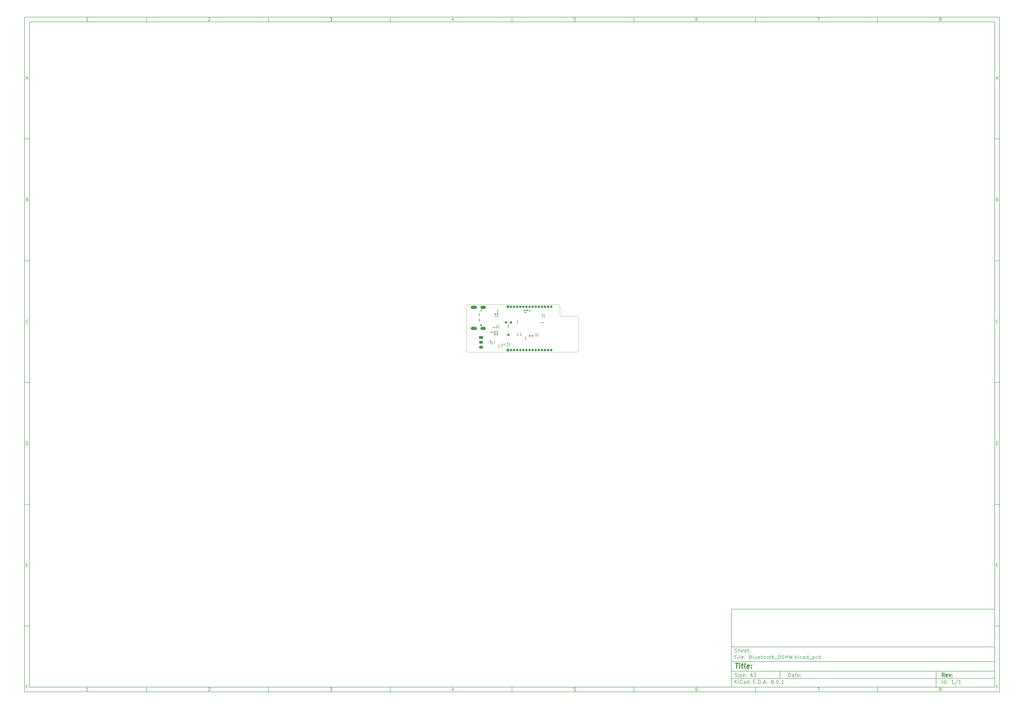
<source format=gbr>
%TF.GenerationSoftware,KiCad,Pcbnew,8.0.1*%
%TF.CreationDate,2024-04-03T21:47:25-07:00*%
%TF.ProjectId,Bluetooth_OSHW,426c7565-746f-46f7-9468-5f4f5348572e,rev?*%
%TF.SameCoordinates,Original*%
%TF.FileFunction,Soldermask,Bot*%
%TF.FilePolarity,Negative*%
%FSLAX46Y46*%
G04 Gerber Fmt 4.6, Leading zero omitted, Abs format (unit mm)*
G04 Created by KiCad (PCBNEW 8.0.1) date 2024-04-03 21:47:25*
%MOMM*%
%LPD*%
G01*
G04 APERTURE LIST*
G04 Aperture macros list*
%AMRoundRect*
0 Rectangle with rounded corners*
0 $1 Rounding radius*
0 $2 $3 $4 $5 $6 $7 $8 $9 X,Y pos of 4 corners*
0 Add a 4 corners polygon primitive as box body*
4,1,4,$2,$3,$4,$5,$6,$7,$8,$9,$2,$3,0*
0 Add four circle primitives for the rounded corners*
1,1,$1+$1,$2,$3*
1,1,$1+$1,$4,$5*
1,1,$1+$1,$6,$7*
1,1,$1+$1,$8,$9*
0 Add four rect primitives between the rounded corners*
20,1,$1+$1,$2,$3,$4,$5,0*
20,1,$1+$1,$4,$5,$6,$7,0*
20,1,$1+$1,$6,$7,$8,$9,0*
20,1,$1+$1,$8,$9,$2,$3,0*%
G04 Aperture macros list end*
%ADD10C,0.100000*%
%ADD11C,0.150000*%
%ADD12C,0.300000*%
%ADD13C,0.400000*%
%ADD14R,1.000000X1.000000*%
%ADD15O,1.000000X1.000000*%
%ADD16RoundRect,0.250000X-0.625000X0.350000X-0.625000X-0.350000X0.625000X-0.350000X0.625000X0.350000X0*%
%ADD17O,1.750000X1.200000*%
%ADD18C,0.600000*%
%ADD19O,0.600000X0.850000*%
%ADD20O,2.300000X1.300000*%
%ADD21O,2.600000X1.300000*%
%ADD22C,0.990600*%
%ADD23C,0.400000*%
%ADD24RoundRect,0.100000X0.130000X0.100000X-0.130000X0.100000X-0.130000X-0.100000X0.130000X-0.100000X0*%
%ADD25RoundRect,0.100000X-0.130000X-0.100000X0.130000X-0.100000X0.130000X0.100000X-0.130000X0.100000X0*%
%ADD26RoundRect,0.140000X0.140000X0.170000X-0.140000X0.170000X-0.140000X-0.170000X0.140000X-0.170000X0*%
%ADD27RoundRect,0.100000X-0.100000X0.130000X-0.100000X-0.130000X0.100000X-0.130000X0.100000X0.130000X0*%
%ADD28RoundRect,0.100000X0.100000X-0.130000X0.100000X0.130000X-0.100000X0.130000X-0.100000X-0.130000X0*%
%ADD29RoundRect,0.147500X-0.147500X-0.172500X0.147500X-0.172500X0.147500X0.172500X-0.147500X0.172500X0*%
%ADD30RoundRect,0.100000X-0.155000X-0.100000X0.155000X-0.100000X0.155000X0.100000X-0.155000X0.100000X0*%
%ADD31RoundRect,0.135000X-0.135000X-0.185000X0.135000X-0.185000X0.135000X0.185000X-0.135000X0.185000X0*%
%TA.AperFunction,Profile*%
%ADD32C,0.100000*%
%TD*%
G04 APERTURE END LIST*
D10*
D11*
X299989000Y-253002200D02*
X407989000Y-253002200D01*
X407989000Y-285002200D01*
X299989000Y-285002200D01*
X299989000Y-253002200D01*
D10*
D11*
X10000000Y-10000000D02*
X409989000Y-10000000D01*
X409989000Y-287002200D01*
X10000000Y-287002200D01*
X10000000Y-10000000D01*
D10*
D11*
X12000000Y-12000000D02*
X407989000Y-12000000D01*
X407989000Y-285002200D01*
X12000000Y-285002200D01*
X12000000Y-12000000D01*
D10*
D11*
X60000000Y-12000000D02*
X60000000Y-10000000D01*
D10*
D11*
X110000000Y-12000000D02*
X110000000Y-10000000D01*
D10*
D11*
X160000000Y-12000000D02*
X160000000Y-10000000D01*
D10*
D11*
X210000000Y-12000000D02*
X210000000Y-10000000D01*
D10*
D11*
X260000000Y-12000000D02*
X260000000Y-10000000D01*
D10*
D11*
X310000000Y-12000000D02*
X310000000Y-10000000D01*
D10*
D11*
X360000000Y-12000000D02*
X360000000Y-10000000D01*
D10*
D11*
X36089160Y-11593604D02*
X35346303Y-11593604D01*
X35717731Y-11593604D02*
X35717731Y-10293604D01*
X35717731Y-10293604D02*
X35593922Y-10479319D01*
X35593922Y-10479319D02*
X35470112Y-10603128D01*
X35470112Y-10603128D02*
X35346303Y-10665033D01*
D10*
D11*
X85346303Y-10417414D02*
X85408207Y-10355509D01*
X85408207Y-10355509D02*
X85532017Y-10293604D01*
X85532017Y-10293604D02*
X85841541Y-10293604D01*
X85841541Y-10293604D02*
X85965350Y-10355509D01*
X85965350Y-10355509D02*
X86027255Y-10417414D01*
X86027255Y-10417414D02*
X86089160Y-10541223D01*
X86089160Y-10541223D02*
X86089160Y-10665033D01*
X86089160Y-10665033D02*
X86027255Y-10850747D01*
X86027255Y-10850747D02*
X85284398Y-11593604D01*
X85284398Y-11593604D02*
X86089160Y-11593604D01*
D10*
D11*
X135284398Y-10293604D02*
X136089160Y-10293604D01*
X136089160Y-10293604D02*
X135655826Y-10788842D01*
X135655826Y-10788842D02*
X135841541Y-10788842D01*
X135841541Y-10788842D02*
X135965350Y-10850747D01*
X135965350Y-10850747D02*
X136027255Y-10912652D01*
X136027255Y-10912652D02*
X136089160Y-11036461D01*
X136089160Y-11036461D02*
X136089160Y-11345985D01*
X136089160Y-11345985D02*
X136027255Y-11469795D01*
X136027255Y-11469795D02*
X135965350Y-11531700D01*
X135965350Y-11531700D02*
X135841541Y-11593604D01*
X135841541Y-11593604D02*
X135470112Y-11593604D01*
X135470112Y-11593604D02*
X135346303Y-11531700D01*
X135346303Y-11531700D02*
X135284398Y-11469795D01*
D10*
D11*
X185965350Y-10726938D02*
X185965350Y-11593604D01*
X185655826Y-10231700D02*
X185346303Y-11160271D01*
X185346303Y-11160271D02*
X186151064Y-11160271D01*
D10*
D11*
X236027255Y-10293604D02*
X235408207Y-10293604D01*
X235408207Y-10293604D02*
X235346303Y-10912652D01*
X235346303Y-10912652D02*
X235408207Y-10850747D01*
X235408207Y-10850747D02*
X235532017Y-10788842D01*
X235532017Y-10788842D02*
X235841541Y-10788842D01*
X235841541Y-10788842D02*
X235965350Y-10850747D01*
X235965350Y-10850747D02*
X236027255Y-10912652D01*
X236027255Y-10912652D02*
X236089160Y-11036461D01*
X236089160Y-11036461D02*
X236089160Y-11345985D01*
X236089160Y-11345985D02*
X236027255Y-11469795D01*
X236027255Y-11469795D02*
X235965350Y-11531700D01*
X235965350Y-11531700D02*
X235841541Y-11593604D01*
X235841541Y-11593604D02*
X235532017Y-11593604D01*
X235532017Y-11593604D02*
X235408207Y-11531700D01*
X235408207Y-11531700D02*
X235346303Y-11469795D01*
D10*
D11*
X285965350Y-10293604D02*
X285717731Y-10293604D01*
X285717731Y-10293604D02*
X285593922Y-10355509D01*
X285593922Y-10355509D02*
X285532017Y-10417414D01*
X285532017Y-10417414D02*
X285408207Y-10603128D01*
X285408207Y-10603128D02*
X285346303Y-10850747D01*
X285346303Y-10850747D02*
X285346303Y-11345985D01*
X285346303Y-11345985D02*
X285408207Y-11469795D01*
X285408207Y-11469795D02*
X285470112Y-11531700D01*
X285470112Y-11531700D02*
X285593922Y-11593604D01*
X285593922Y-11593604D02*
X285841541Y-11593604D01*
X285841541Y-11593604D02*
X285965350Y-11531700D01*
X285965350Y-11531700D02*
X286027255Y-11469795D01*
X286027255Y-11469795D02*
X286089160Y-11345985D01*
X286089160Y-11345985D02*
X286089160Y-11036461D01*
X286089160Y-11036461D02*
X286027255Y-10912652D01*
X286027255Y-10912652D02*
X285965350Y-10850747D01*
X285965350Y-10850747D02*
X285841541Y-10788842D01*
X285841541Y-10788842D02*
X285593922Y-10788842D01*
X285593922Y-10788842D02*
X285470112Y-10850747D01*
X285470112Y-10850747D02*
X285408207Y-10912652D01*
X285408207Y-10912652D02*
X285346303Y-11036461D01*
D10*
D11*
X335284398Y-10293604D02*
X336151064Y-10293604D01*
X336151064Y-10293604D02*
X335593922Y-11593604D01*
D10*
D11*
X385593922Y-10850747D02*
X385470112Y-10788842D01*
X385470112Y-10788842D02*
X385408207Y-10726938D01*
X385408207Y-10726938D02*
X385346303Y-10603128D01*
X385346303Y-10603128D02*
X385346303Y-10541223D01*
X385346303Y-10541223D02*
X385408207Y-10417414D01*
X385408207Y-10417414D02*
X385470112Y-10355509D01*
X385470112Y-10355509D02*
X385593922Y-10293604D01*
X385593922Y-10293604D02*
X385841541Y-10293604D01*
X385841541Y-10293604D02*
X385965350Y-10355509D01*
X385965350Y-10355509D02*
X386027255Y-10417414D01*
X386027255Y-10417414D02*
X386089160Y-10541223D01*
X386089160Y-10541223D02*
X386089160Y-10603128D01*
X386089160Y-10603128D02*
X386027255Y-10726938D01*
X386027255Y-10726938D02*
X385965350Y-10788842D01*
X385965350Y-10788842D02*
X385841541Y-10850747D01*
X385841541Y-10850747D02*
X385593922Y-10850747D01*
X385593922Y-10850747D02*
X385470112Y-10912652D01*
X385470112Y-10912652D02*
X385408207Y-10974557D01*
X385408207Y-10974557D02*
X385346303Y-11098366D01*
X385346303Y-11098366D02*
X385346303Y-11345985D01*
X385346303Y-11345985D02*
X385408207Y-11469795D01*
X385408207Y-11469795D02*
X385470112Y-11531700D01*
X385470112Y-11531700D02*
X385593922Y-11593604D01*
X385593922Y-11593604D02*
X385841541Y-11593604D01*
X385841541Y-11593604D02*
X385965350Y-11531700D01*
X385965350Y-11531700D02*
X386027255Y-11469795D01*
X386027255Y-11469795D02*
X386089160Y-11345985D01*
X386089160Y-11345985D02*
X386089160Y-11098366D01*
X386089160Y-11098366D02*
X386027255Y-10974557D01*
X386027255Y-10974557D02*
X385965350Y-10912652D01*
X385965350Y-10912652D02*
X385841541Y-10850747D01*
D10*
D11*
X60000000Y-285002200D02*
X60000000Y-287002200D01*
D10*
D11*
X110000000Y-285002200D02*
X110000000Y-287002200D01*
D10*
D11*
X160000000Y-285002200D02*
X160000000Y-287002200D01*
D10*
D11*
X210000000Y-285002200D02*
X210000000Y-287002200D01*
D10*
D11*
X260000000Y-285002200D02*
X260000000Y-287002200D01*
D10*
D11*
X310000000Y-285002200D02*
X310000000Y-287002200D01*
D10*
D11*
X360000000Y-285002200D02*
X360000000Y-287002200D01*
D10*
D11*
X36089160Y-286595804D02*
X35346303Y-286595804D01*
X35717731Y-286595804D02*
X35717731Y-285295804D01*
X35717731Y-285295804D02*
X35593922Y-285481519D01*
X35593922Y-285481519D02*
X35470112Y-285605328D01*
X35470112Y-285605328D02*
X35346303Y-285667233D01*
D10*
D11*
X85346303Y-285419614D02*
X85408207Y-285357709D01*
X85408207Y-285357709D02*
X85532017Y-285295804D01*
X85532017Y-285295804D02*
X85841541Y-285295804D01*
X85841541Y-285295804D02*
X85965350Y-285357709D01*
X85965350Y-285357709D02*
X86027255Y-285419614D01*
X86027255Y-285419614D02*
X86089160Y-285543423D01*
X86089160Y-285543423D02*
X86089160Y-285667233D01*
X86089160Y-285667233D02*
X86027255Y-285852947D01*
X86027255Y-285852947D02*
X85284398Y-286595804D01*
X85284398Y-286595804D02*
X86089160Y-286595804D01*
D10*
D11*
X135284398Y-285295804D02*
X136089160Y-285295804D01*
X136089160Y-285295804D02*
X135655826Y-285791042D01*
X135655826Y-285791042D02*
X135841541Y-285791042D01*
X135841541Y-285791042D02*
X135965350Y-285852947D01*
X135965350Y-285852947D02*
X136027255Y-285914852D01*
X136027255Y-285914852D02*
X136089160Y-286038661D01*
X136089160Y-286038661D02*
X136089160Y-286348185D01*
X136089160Y-286348185D02*
X136027255Y-286471995D01*
X136027255Y-286471995D02*
X135965350Y-286533900D01*
X135965350Y-286533900D02*
X135841541Y-286595804D01*
X135841541Y-286595804D02*
X135470112Y-286595804D01*
X135470112Y-286595804D02*
X135346303Y-286533900D01*
X135346303Y-286533900D02*
X135284398Y-286471995D01*
D10*
D11*
X185965350Y-285729138D02*
X185965350Y-286595804D01*
X185655826Y-285233900D02*
X185346303Y-286162471D01*
X185346303Y-286162471D02*
X186151064Y-286162471D01*
D10*
D11*
X236027255Y-285295804D02*
X235408207Y-285295804D01*
X235408207Y-285295804D02*
X235346303Y-285914852D01*
X235346303Y-285914852D02*
X235408207Y-285852947D01*
X235408207Y-285852947D02*
X235532017Y-285791042D01*
X235532017Y-285791042D02*
X235841541Y-285791042D01*
X235841541Y-285791042D02*
X235965350Y-285852947D01*
X235965350Y-285852947D02*
X236027255Y-285914852D01*
X236027255Y-285914852D02*
X236089160Y-286038661D01*
X236089160Y-286038661D02*
X236089160Y-286348185D01*
X236089160Y-286348185D02*
X236027255Y-286471995D01*
X236027255Y-286471995D02*
X235965350Y-286533900D01*
X235965350Y-286533900D02*
X235841541Y-286595804D01*
X235841541Y-286595804D02*
X235532017Y-286595804D01*
X235532017Y-286595804D02*
X235408207Y-286533900D01*
X235408207Y-286533900D02*
X235346303Y-286471995D01*
D10*
D11*
X285965350Y-285295804D02*
X285717731Y-285295804D01*
X285717731Y-285295804D02*
X285593922Y-285357709D01*
X285593922Y-285357709D02*
X285532017Y-285419614D01*
X285532017Y-285419614D02*
X285408207Y-285605328D01*
X285408207Y-285605328D02*
X285346303Y-285852947D01*
X285346303Y-285852947D02*
X285346303Y-286348185D01*
X285346303Y-286348185D02*
X285408207Y-286471995D01*
X285408207Y-286471995D02*
X285470112Y-286533900D01*
X285470112Y-286533900D02*
X285593922Y-286595804D01*
X285593922Y-286595804D02*
X285841541Y-286595804D01*
X285841541Y-286595804D02*
X285965350Y-286533900D01*
X285965350Y-286533900D02*
X286027255Y-286471995D01*
X286027255Y-286471995D02*
X286089160Y-286348185D01*
X286089160Y-286348185D02*
X286089160Y-286038661D01*
X286089160Y-286038661D02*
X286027255Y-285914852D01*
X286027255Y-285914852D02*
X285965350Y-285852947D01*
X285965350Y-285852947D02*
X285841541Y-285791042D01*
X285841541Y-285791042D02*
X285593922Y-285791042D01*
X285593922Y-285791042D02*
X285470112Y-285852947D01*
X285470112Y-285852947D02*
X285408207Y-285914852D01*
X285408207Y-285914852D02*
X285346303Y-286038661D01*
D10*
D11*
X335284398Y-285295804D02*
X336151064Y-285295804D01*
X336151064Y-285295804D02*
X335593922Y-286595804D01*
D10*
D11*
X385593922Y-285852947D02*
X385470112Y-285791042D01*
X385470112Y-285791042D02*
X385408207Y-285729138D01*
X385408207Y-285729138D02*
X385346303Y-285605328D01*
X385346303Y-285605328D02*
X385346303Y-285543423D01*
X385346303Y-285543423D02*
X385408207Y-285419614D01*
X385408207Y-285419614D02*
X385470112Y-285357709D01*
X385470112Y-285357709D02*
X385593922Y-285295804D01*
X385593922Y-285295804D02*
X385841541Y-285295804D01*
X385841541Y-285295804D02*
X385965350Y-285357709D01*
X385965350Y-285357709D02*
X386027255Y-285419614D01*
X386027255Y-285419614D02*
X386089160Y-285543423D01*
X386089160Y-285543423D02*
X386089160Y-285605328D01*
X386089160Y-285605328D02*
X386027255Y-285729138D01*
X386027255Y-285729138D02*
X385965350Y-285791042D01*
X385965350Y-285791042D02*
X385841541Y-285852947D01*
X385841541Y-285852947D02*
X385593922Y-285852947D01*
X385593922Y-285852947D02*
X385470112Y-285914852D01*
X385470112Y-285914852D02*
X385408207Y-285976757D01*
X385408207Y-285976757D02*
X385346303Y-286100566D01*
X385346303Y-286100566D02*
X385346303Y-286348185D01*
X385346303Y-286348185D02*
X385408207Y-286471995D01*
X385408207Y-286471995D02*
X385470112Y-286533900D01*
X385470112Y-286533900D02*
X385593922Y-286595804D01*
X385593922Y-286595804D02*
X385841541Y-286595804D01*
X385841541Y-286595804D02*
X385965350Y-286533900D01*
X385965350Y-286533900D02*
X386027255Y-286471995D01*
X386027255Y-286471995D02*
X386089160Y-286348185D01*
X386089160Y-286348185D02*
X386089160Y-286100566D01*
X386089160Y-286100566D02*
X386027255Y-285976757D01*
X386027255Y-285976757D02*
X385965350Y-285914852D01*
X385965350Y-285914852D02*
X385841541Y-285852947D01*
D10*
D11*
X10000000Y-60000000D02*
X12000000Y-60000000D01*
D10*
D11*
X10000000Y-110000000D02*
X12000000Y-110000000D01*
D10*
D11*
X10000000Y-160000000D02*
X12000000Y-160000000D01*
D10*
D11*
X10000000Y-210000000D02*
X12000000Y-210000000D01*
D10*
D11*
X10000000Y-260000000D02*
X12000000Y-260000000D01*
D10*
D11*
X10690476Y-35222176D02*
X11309523Y-35222176D01*
X10566666Y-35593604D02*
X10999999Y-34293604D01*
X10999999Y-34293604D02*
X11433333Y-35593604D01*
D10*
D11*
X11092857Y-84912652D02*
X11278571Y-84974557D01*
X11278571Y-84974557D02*
X11340476Y-85036461D01*
X11340476Y-85036461D02*
X11402380Y-85160271D01*
X11402380Y-85160271D02*
X11402380Y-85345985D01*
X11402380Y-85345985D02*
X11340476Y-85469795D01*
X11340476Y-85469795D02*
X11278571Y-85531700D01*
X11278571Y-85531700D02*
X11154761Y-85593604D01*
X11154761Y-85593604D02*
X10659523Y-85593604D01*
X10659523Y-85593604D02*
X10659523Y-84293604D01*
X10659523Y-84293604D02*
X11092857Y-84293604D01*
X11092857Y-84293604D02*
X11216666Y-84355509D01*
X11216666Y-84355509D02*
X11278571Y-84417414D01*
X11278571Y-84417414D02*
X11340476Y-84541223D01*
X11340476Y-84541223D02*
X11340476Y-84665033D01*
X11340476Y-84665033D02*
X11278571Y-84788842D01*
X11278571Y-84788842D02*
X11216666Y-84850747D01*
X11216666Y-84850747D02*
X11092857Y-84912652D01*
X11092857Y-84912652D02*
X10659523Y-84912652D01*
D10*
D11*
X11402380Y-135469795D02*
X11340476Y-135531700D01*
X11340476Y-135531700D02*
X11154761Y-135593604D01*
X11154761Y-135593604D02*
X11030952Y-135593604D01*
X11030952Y-135593604D02*
X10845238Y-135531700D01*
X10845238Y-135531700D02*
X10721428Y-135407890D01*
X10721428Y-135407890D02*
X10659523Y-135284080D01*
X10659523Y-135284080D02*
X10597619Y-135036461D01*
X10597619Y-135036461D02*
X10597619Y-134850747D01*
X10597619Y-134850747D02*
X10659523Y-134603128D01*
X10659523Y-134603128D02*
X10721428Y-134479319D01*
X10721428Y-134479319D02*
X10845238Y-134355509D01*
X10845238Y-134355509D02*
X11030952Y-134293604D01*
X11030952Y-134293604D02*
X11154761Y-134293604D01*
X11154761Y-134293604D02*
X11340476Y-134355509D01*
X11340476Y-134355509D02*
X11402380Y-134417414D01*
D10*
D11*
X10659523Y-185593604D02*
X10659523Y-184293604D01*
X10659523Y-184293604D02*
X10969047Y-184293604D01*
X10969047Y-184293604D02*
X11154761Y-184355509D01*
X11154761Y-184355509D02*
X11278571Y-184479319D01*
X11278571Y-184479319D02*
X11340476Y-184603128D01*
X11340476Y-184603128D02*
X11402380Y-184850747D01*
X11402380Y-184850747D02*
X11402380Y-185036461D01*
X11402380Y-185036461D02*
X11340476Y-185284080D01*
X11340476Y-185284080D02*
X11278571Y-185407890D01*
X11278571Y-185407890D02*
X11154761Y-185531700D01*
X11154761Y-185531700D02*
X10969047Y-185593604D01*
X10969047Y-185593604D02*
X10659523Y-185593604D01*
D10*
D11*
X10721428Y-234912652D02*
X11154762Y-234912652D01*
X11340476Y-235593604D02*
X10721428Y-235593604D01*
X10721428Y-235593604D02*
X10721428Y-234293604D01*
X10721428Y-234293604D02*
X11340476Y-234293604D01*
D10*
D11*
X11185714Y-284912652D02*
X10752380Y-284912652D01*
X10752380Y-285593604D02*
X10752380Y-284293604D01*
X10752380Y-284293604D02*
X11371428Y-284293604D01*
D10*
D11*
X409989000Y-60000000D02*
X407989000Y-60000000D01*
D10*
D11*
X409989000Y-110000000D02*
X407989000Y-110000000D01*
D10*
D11*
X409989000Y-160000000D02*
X407989000Y-160000000D01*
D10*
D11*
X409989000Y-210000000D02*
X407989000Y-210000000D01*
D10*
D11*
X409989000Y-260000000D02*
X407989000Y-260000000D01*
D10*
D11*
X408679476Y-35222176D02*
X409298523Y-35222176D01*
X408555666Y-35593604D02*
X408988999Y-34293604D01*
X408988999Y-34293604D02*
X409422333Y-35593604D01*
D10*
D11*
X409081857Y-84912652D02*
X409267571Y-84974557D01*
X409267571Y-84974557D02*
X409329476Y-85036461D01*
X409329476Y-85036461D02*
X409391380Y-85160271D01*
X409391380Y-85160271D02*
X409391380Y-85345985D01*
X409391380Y-85345985D02*
X409329476Y-85469795D01*
X409329476Y-85469795D02*
X409267571Y-85531700D01*
X409267571Y-85531700D02*
X409143761Y-85593604D01*
X409143761Y-85593604D02*
X408648523Y-85593604D01*
X408648523Y-85593604D02*
X408648523Y-84293604D01*
X408648523Y-84293604D02*
X409081857Y-84293604D01*
X409081857Y-84293604D02*
X409205666Y-84355509D01*
X409205666Y-84355509D02*
X409267571Y-84417414D01*
X409267571Y-84417414D02*
X409329476Y-84541223D01*
X409329476Y-84541223D02*
X409329476Y-84665033D01*
X409329476Y-84665033D02*
X409267571Y-84788842D01*
X409267571Y-84788842D02*
X409205666Y-84850747D01*
X409205666Y-84850747D02*
X409081857Y-84912652D01*
X409081857Y-84912652D02*
X408648523Y-84912652D01*
D10*
D11*
X409391380Y-135469795D02*
X409329476Y-135531700D01*
X409329476Y-135531700D02*
X409143761Y-135593604D01*
X409143761Y-135593604D02*
X409019952Y-135593604D01*
X409019952Y-135593604D02*
X408834238Y-135531700D01*
X408834238Y-135531700D02*
X408710428Y-135407890D01*
X408710428Y-135407890D02*
X408648523Y-135284080D01*
X408648523Y-135284080D02*
X408586619Y-135036461D01*
X408586619Y-135036461D02*
X408586619Y-134850747D01*
X408586619Y-134850747D02*
X408648523Y-134603128D01*
X408648523Y-134603128D02*
X408710428Y-134479319D01*
X408710428Y-134479319D02*
X408834238Y-134355509D01*
X408834238Y-134355509D02*
X409019952Y-134293604D01*
X409019952Y-134293604D02*
X409143761Y-134293604D01*
X409143761Y-134293604D02*
X409329476Y-134355509D01*
X409329476Y-134355509D02*
X409391380Y-134417414D01*
D10*
D11*
X408648523Y-185593604D02*
X408648523Y-184293604D01*
X408648523Y-184293604D02*
X408958047Y-184293604D01*
X408958047Y-184293604D02*
X409143761Y-184355509D01*
X409143761Y-184355509D02*
X409267571Y-184479319D01*
X409267571Y-184479319D02*
X409329476Y-184603128D01*
X409329476Y-184603128D02*
X409391380Y-184850747D01*
X409391380Y-184850747D02*
X409391380Y-185036461D01*
X409391380Y-185036461D02*
X409329476Y-185284080D01*
X409329476Y-185284080D02*
X409267571Y-185407890D01*
X409267571Y-185407890D02*
X409143761Y-185531700D01*
X409143761Y-185531700D02*
X408958047Y-185593604D01*
X408958047Y-185593604D02*
X408648523Y-185593604D01*
D10*
D11*
X408710428Y-234912652D02*
X409143762Y-234912652D01*
X409329476Y-235593604D02*
X408710428Y-235593604D01*
X408710428Y-235593604D02*
X408710428Y-234293604D01*
X408710428Y-234293604D02*
X409329476Y-234293604D01*
D10*
D11*
X409174714Y-284912652D02*
X408741380Y-284912652D01*
X408741380Y-285593604D02*
X408741380Y-284293604D01*
X408741380Y-284293604D02*
X409360428Y-284293604D01*
D10*
D11*
X323444826Y-280788328D02*
X323444826Y-279288328D01*
X323444826Y-279288328D02*
X323801969Y-279288328D01*
X323801969Y-279288328D02*
X324016255Y-279359757D01*
X324016255Y-279359757D02*
X324159112Y-279502614D01*
X324159112Y-279502614D02*
X324230541Y-279645471D01*
X324230541Y-279645471D02*
X324301969Y-279931185D01*
X324301969Y-279931185D02*
X324301969Y-280145471D01*
X324301969Y-280145471D02*
X324230541Y-280431185D01*
X324230541Y-280431185D02*
X324159112Y-280574042D01*
X324159112Y-280574042D02*
X324016255Y-280716900D01*
X324016255Y-280716900D02*
X323801969Y-280788328D01*
X323801969Y-280788328D02*
X323444826Y-280788328D01*
X325587684Y-280788328D02*
X325587684Y-280002614D01*
X325587684Y-280002614D02*
X325516255Y-279859757D01*
X325516255Y-279859757D02*
X325373398Y-279788328D01*
X325373398Y-279788328D02*
X325087684Y-279788328D01*
X325087684Y-279788328D02*
X324944826Y-279859757D01*
X325587684Y-280716900D02*
X325444826Y-280788328D01*
X325444826Y-280788328D02*
X325087684Y-280788328D01*
X325087684Y-280788328D02*
X324944826Y-280716900D01*
X324944826Y-280716900D02*
X324873398Y-280574042D01*
X324873398Y-280574042D02*
X324873398Y-280431185D01*
X324873398Y-280431185D02*
X324944826Y-280288328D01*
X324944826Y-280288328D02*
X325087684Y-280216900D01*
X325087684Y-280216900D02*
X325444826Y-280216900D01*
X325444826Y-280216900D02*
X325587684Y-280145471D01*
X326087684Y-279788328D02*
X326659112Y-279788328D01*
X326301969Y-279288328D02*
X326301969Y-280574042D01*
X326301969Y-280574042D02*
X326373398Y-280716900D01*
X326373398Y-280716900D02*
X326516255Y-280788328D01*
X326516255Y-280788328D02*
X326659112Y-280788328D01*
X327730541Y-280716900D02*
X327587684Y-280788328D01*
X327587684Y-280788328D02*
X327301970Y-280788328D01*
X327301970Y-280788328D02*
X327159112Y-280716900D01*
X327159112Y-280716900D02*
X327087684Y-280574042D01*
X327087684Y-280574042D02*
X327087684Y-280002614D01*
X327087684Y-280002614D02*
X327159112Y-279859757D01*
X327159112Y-279859757D02*
X327301970Y-279788328D01*
X327301970Y-279788328D02*
X327587684Y-279788328D01*
X327587684Y-279788328D02*
X327730541Y-279859757D01*
X327730541Y-279859757D02*
X327801970Y-280002614D01*
X327801970Y-280002614D02*
X327801970Y-280145471D01*
X327801970Y-280145471D02*
X327087684Y-280288328D01*
X328444826Y-280645471D02*
X328516255Y-280716900D01*
X328516255Y-280716900D02*
X328444826Y-280788328D01*
X328444826Y-280788328D02*
X328373398Y-280716900D01*
X328373398Y-280716900D02*
X328444826Y-280645471D01*
X328444826Y-280645471D02*
X328444826Y-280788328D01*
X328444826Y-279859757D02*
X328516255Y-279931185D01*
X328516255Y-279931185D02*
X328444826Y-280002614D01*
X328444826Y-280002614D02*
X328373398Y-279931185D01*
X328373398Y-279931185D02*
X328444826Y-279859757D01*
X328444826Y-279859757D02*
X328444826Y-280002614D01*
D10*
D11*
X299989000Y-281502200D02*
X407989000Y-281502200D01*
D10*
D11*
X301444826Y-283588328D02*
X301444826Y-282088328D01*
X302301969Y-283588328D02*
X301659112Y-282731185D01*
X302301969Y-282088328D02*
X301444826Y-282945471D01*
X302944826Y-283588328D02*
X302944826Y-282588328D01*
X302944826Y-282088328D02*
X302873398Y-282159757D01*
X302873398Y-282159757D02*
X302944826Y-282231185D01*
X302944826Y-282231185D02*
X303016255Y-282159757D01*
X303016255Y-282159757D02*
X302944826Y-282088328D01*
X302944826Y-282088328D02*
X302944826Y-282231185D01*
X304516255Y-283445471D02*
X304444827Y-283516900D01*
X304444827Y-283516900D02*
X304230541Y-283588328D01*
X304230541Y-283588328D02*
X304087684Y-283588328D01*
X304087684Y-283588328D02*
X303873398Y-283516900D01*
X303873398Y-283516900D02*
X303730541Y-283374042D01*
X303730541Y-283374042D02*
X303659112Y-283231185D01*
X303659112Y-283231185D02*
X303587684Y-282945471D01*
X303587684Y-282945471D02*
X303587684Y-282731185D01*
X303587684Y-282731185D02*
X303659112Y-282445471D01*
X303659112Y-282445471D02*
X303730541Y-282302614D01*
X303730541Y-282302614D02*
X303873398Y-282159757D01*
X303873398Y-282159757D02*
X304087684Y-282088328D01*
X304087684Y-282088328D02*
X304230541Y-282088328D01*
X304230541Y-282088328D02*
X304444827Y-282159757D01*
X304444827Y-282159757D02*
X304516255Y-282231185D01*
X305801970Y-283588328D02*
X305801970Y-282802614D01*
X305801970Y-282802614D02*
X305730541Y-282659757D01*
X305730541Y-282659757D02*
X305587684Y-282588328D01*
X305587684Y-282588328D02*
X305301970Y-282588328D01*
X305301970Y-282588328D02*
X305159112Y-282659757D01*
X305801970Y-283516900D02*
X305659112Y-283588328D01*
X305659112Y-283588328D02*
X305301970Y-283588328D01*
X305301970Y-283588328D02*
X305159112Y-283516900D01*
X305159112Y-283516900D02*
X305087684Y-283374042D01*
X305087684Y-283374042D02*
X305087684Y-283231185D01*
X305087684Y-283231185D02*
X305159112Y-283088328D01*
X305159112Y-283088328D02*
X305301970Y-283016900D01*
X305301970Y-283016900D02*
X305659112Y-283016900D01*
X305659112Y-283016900D02*
X305801970Y-282945471D01*
X307159113Y-283588328D02*
X307159113Y-282088328D01*
X307159113Y-283516900D02*
X307016255Y-283588328D01*
X307016255Y-283588328D02*
X306730541Y-283588328D01*
X306730541Y-283588328D02*
X306587684Y-283516900D01*
X306587684Y-283516900D02*
X306516255Y-283445471D01*
X306516255Y-283445471D02*
X306444827Y-283302614D01*
X306444827Y-283302614D02*
X306444827Y-282874042D01*
X306444827Y-282874042D02*
X306516255Y-282731185D01*
X306516255Y-282731185D02*
X306587684Y-282659757D01*
X306587684Y-282659757D02*
X306730541Y-282588328D01*
X306730541Y-282588328D02*
X307016255Y-282588328D01*
X307016255Y-282588328D02*
X307159113Y-282659757D01*
X309016255Y-282802614D02*
X309516255Y-282802614D01*
X309730541Y-283588328D02*
X309016255Y-283588328D01*
X309016255Y-283588328D02*
X309016255Y-282088328D01*
X309016255Y-282088328D02*
X309730541Y-282088328D01*
X310373398Y-283445471D02*
X310444827Y-283516900D01*
X310444827Y-283516900D02*
X310373398Y-283588328D01*
X310373398Y-283588328D02*
X310301970Y-283516900D01*
X310301970Y-283516900D02*
X310373398Y-283445471D01*
X310373398Y-283445471D02*
X310373398Y-283588328D01*
X311087684Y-283588328D02*
X311087684Y-282088328D01*
X311087684Y-282088328D02*
X311444827Y-282088328D01*
X311444827Y-282088328D02*
X311659113Y-282159757D01*
X311659113Y-282159757D02*
X311801970Y-282302614D01*
X311801970Y-282302614D02*
X311873399Y-282445471D01*
X311873399Y-282445471D02*
X311944827Y-282731185D01*
X311944827Y-282731185D02*
X311944827Y-282945471D01*
X311944827Y-282945471D02*
X311873399Y-283231185D01*
X311873399Y-283231185D02*
X311801970Y-283374042D01*
X311801970Y-283374042D02*
X311659113Y-283516900D01*
X311659113Y-283516900D02*
X311444827Y-283588328D01*
X311444827Y-283588328D02*
X311087684Y-283588328D01*
X312587684Y-283445471D02*
X312659113Y-283516900D01*
X312659113Y-283516900D02*
X312587684Y-283588328D01*
X312587684Y-283588328D02*
X312516256Y-283516900D01*
X312516256Y-283516900D02*
X312587684Y-283445471D01*
X312587684Y-283445471D02*
X312587684Y-283588328D01*
X313230542Y-283159757D02*
X313944828Y-283159757D01*
X313087685Y-283588328D02*
X313587685Y-282088328D01*
X313587685Y-282088328D02*
X314087685Y-283588328D01*
X314587684Y-283445471D02*
X314659113Y-283516900D01*
X314659113Y-283516900D02*
X314587684Y-283588328D01*
X314587684Y-283588328D02*
X314516256Y-283516900D01*
X314516256Y-283516900D02*
X314587684Y-283445471D01*
X314587684Y-283445471D02*
X314587684Y-283588328D01*
X316659113Y-282731185D02*
X316516256Y-282659757D01*
X316516256Y-282659757D02*
X316444827Y-282588328D01*
X316444827Y-282588328D02*
X316373399Y-282445471D01*
X316373399Y-282445471D02*
X316373399Y-282374042D01*
X316373399Y-282374042D02*
X316444827Y-282231185D01*
X316444827Y-282231185D02*
X316516256Y-282159757D01*
X316516256Y-282159757D02*
X316659113Y-282088328D01*
X316659113Y-282088328D02*
X316944827Y-282088328D01*
X316944827Y-282088328D02*
X317087685Y-282159757D01*
X317087685Y-282159757D02*
X317159113Y-282231185D01*
X317159113Y-282231185D02*
X317230542Y-282374042D01*
X317230542Y-282374042D02*
X317230542Y-282445471D01*
X317230542Y-282445471D02*
X317159113Y-282588328D01*
X317159113Y-282588328D02*
X317087685Y-282659757D01*
X317087685Y-282659757D02*
X316944827Y-282731185D01*
X316944827Y-282731185D02*
X316659113Y-282731185D01*
X316659113Y-282731185D02*
X316516256Y-282802614D01*
X316516256Y-282802614D02*
X316444827Y-282874042D01*
X316444827Y-282874042D02*
X316373399Y-283016900D01*
X316373399Y-283016900D02*
X316373399Y-283302614D01*
X316373399Y-283302614D02*
X316444827Y-283445471D01*
X316444827Y-283445471D02*
X316516256Y-283516900D01*
X316516256Y-283516900D02*
X316659113Y-283588328D01*
X316659113Y-283588328D02*
X316944827Y-283588328D01*
X316944827Y-283588328D02*
X317087685Y-283516900D01*
X317087685Y-283516900D02*
X317159113Y-283445471D01*
X317159113Y-283445471D02*
X317230542Y-283302614D01*
X317230542Y-283302614D02*
X317230542Y-283016900D01*
X317230542Y-283016900D02*
X317159113Y-282874042D01*
X317159113Y-282874042D02*
X317087685Y-282802614D01*
X317087685Y-282802614D02*
X316944827Y-282731185D01*
X317873398Y-283445471D02*
X317944827Y-283516900D01*
X317944827Y-283516900D02*
X317873398Y-283588328D01*
X317873398Y-283588328D02*
X317801970Y-283516900D01*
X317801970Y-283516900D02*
X317873398Y-283445471D01*
X317873398Y-283445471D02*
X317873398Y-283588328D01*
X318873399Y-282088328D02*
X319016256Y-282088328D01*
X319016256Y-282088328D02*
X319159113Y-282159757D01*
X319159113Y-282159757D02*
X319230542Y-282231185D01*
X319230542Y-282231185D02*
X319301970Y-282374042D01*
X319301970Y-282374042D02*
X319373399Y-282659757D01*
X319373399Y-282659757D02*
X319373399Y-283016900D01*
X319373399Y-283016900D02*
X319301970Y-283302614D01*
X319301970Y-283302614D02*
X319230542Y-283445471D01*
X319230542Y-283445471D02*
X319159113Y-283516900D01*
X319159113Y-283516900D02*
X319016256Y-283588328D01*
X319016256Y-283588328D02*
X318873399Y-283588328D01*
X318873399Y-283588328D02*
X318730542Y-283516900D01*
X318730542Y-283516900D02*
X318659113Y-283445471D01*
X318659113Y-283445471D02*
X318587684Y-283302614D01*
X318587684Y-283302614D02*
X318516256Y-283016900D01*
X318516256Y-283016900D02*
X318516256Y-282659757D01*
X318516256Y-282659757D02*
X318587684Y-282374042D01*
X318587684Y-282374042D02*
X318659113Y-282231185D01*
X318659113Y-282231185D02*
X318730542Y-282159757D01*
X318730542Y-282159757D02*
X318873399Y-282088328D01*
X320016255Y-283445471D02*
X320087684Y-283516900D01*
X320087684Y-283516900D02*
X320016255Y-283588328D01*
X320016255Y-283588328D02*
X319944827Y-283516900D01*
X319944827Y-283516900D02*
X320016255Y-283445471D01*
X320016255Y-283445471D02*
X320016255Y-283588328D01*
X321516256Y-283588328D02*
X320659113Y-283588328D01*
X321087684Y-283588328D02*
X321087684Y-282088328D01*
X321087684Y-282088328D02*
X320944827Y-282302614D01*
X320944827Y-282302614D02*
X320801970Y-282445471D01*
X320801970Y-282445471D02*
X320659113Y-282516900D01*
D10*
D11*
X299989000Y-278502200D02*
X407989000Y-278502200D01*
D10*
D12*
X387400653Y-280780528D02*
X386900653Y-280066242D01*
X386543510Y-280780528D02*
X386543510Y-279280528D01*
X386543510Y-279280528D02*
X387114939Y-279280528D01*
X387114939Y-279280528D02*
X387257796Y-279351957D01*
X387257796Y-279351957D02*
X387329225Y-279423385D01*
X387329225Y-279423385D02*
X387400653Y-279566242D01*
X387400653Y-279566242D02*
X387400653Y-279780528D01*
X387400653Y-279780528D02*
X387329225Y-279923385D01*
X387329225Y-279923385D02*
X387257796Y-279994814D01*
X387257796Y-279994814D02*
X387114939Y-280066242D01*
X387114939Y-280066242D02*
X386543510Y-280066242D01*
X388614939Y-280709100D02*
X388472082Y-280780528D01*
X388472082Y-280780528D02*
X388186368Y-280780528D01*
X388186368Y-280780528D02*
X388043510Y-280709100D01*
X388043510Y-280709100D02*
X387972082Y-280566242D01*
X387972082Y-280566242D02*
X387972082Y-279994814D01*
X387972082Y-279994814D02*
X388043510Y-279851957D01*
X388043510Y-279851957D02*
X388186368Y-279780528D01*
X388186368Y-279780528D02*
X388472082Y-279780528D01*
X388472082Y-279780528D02*
X388614939Y-279851957D01*
X388614939Y-279851957D02*
X388686368Y-279994814D01*
X388686368Y-279994814D02*
X388686368Y-280137671D01*
X388686368Y-280137671D02*
X387972082Y-280280528D01*
X389186367Y-279780528D02*
X389543510Y-280780528D01*
X389543510Y-280780528D02*
X389900653Y-279780528D01*
X390472081Y-280637671D02*
X390543510Y-280709100D01*
X390543510Y-280709100D02*
X390472081Y-280780528D01*
X390472081Y-280780528D02*
X390400653Y-280709100D01*
X390400653Y-280709100D02*
X390472081Y-280637671D01*
X390472081Y-280637671D02*
X390472081Y-280780528D01*
X390472081Y-279851957D02*
X390543510Y-279923385D01*
X390543510Y-279923385D02*
X390472081Y-279994814D01*
X390472081Y-279994814D02*
X390400653Y-279923385D01*
X390400653Y-279923385D02*
X390472081Y-279851957D01*
X390472081Y-279851957D02*
X390472081Y-279994814D01*
D10*
D11*
X301373398Y-280716900D02*
X301587684Y-280788328D01*
X301587684Y-280788328D02*
X301944826Y-280788328D01*
X301944826Y-280788328D02*
X302087684Y-280716900D01*
X302087684Y-280716900D02*
X302159112Y-280645471D01*
X302159112Y-280645471D02*
X302230541Y-280502614D01*
X302230541Y-280502614D02*
X302230541Y-280359757D01*
X302230541Y-280359757D02*
X302159112Y-280216900D01*
X302159112Y-280216900D02*
X302087684Y-280145471D01*
X302087684Y-280145471D02*
X301944826Y-280074042D01*
X301944826Y-280074042D02*
X301659112Y-280002614D01*
X301659112Y-280002614D02*
X301516255Y-279931185D01*
X301516255Y-279931185D02*
X301444826Y-279859757D01*
X301444826Y-279859757D02*
X301373398Y-279716900D01*
X301373398Y-279716900D02*
X301373398Y-279574042D01*
X301373398Y-279574042D02*
X301444826Y-279431185D01*
X301444826Y-279431185D02*
X301516255Y-279359757D01*
X301516255Y-279359757D02*
X301659112Y-279288328D01*
X301659112Y-279288328D02*
X302016255Y-279288328D01*
X302016255Y-279288328D02*
X302230541Y-279359757D01*
X302873397Y-280788328D02*
X302873397Y-279788328D01*
X302873397Y-279288328D02*
X302801969Y-279359757D01*
X302801969Y-279359757D02*
X302873397Y-279431185D01*
X302873397Y-279431185D02*
X302944826Y-279359757D01*
X302944826Y-279359757D02*
X302873397Y-279288328D01*
X302873397Y-279288328D02*
X302873397Y-279431185D01*
X303444826Y-279788328D02*
X304230541Y-279788328D01*
X304230541Y-279788328D02*
X303444826Y-280788328D01*
X303444826Y-280788328D02*
X304230541Y-280788328D01*
X305373398Y-280716900D02*
X305230541Y-280788328D01*
X305230541Y-280788328D02*
X304944827Y-280788328D01*
X304944827Y-280788328D02*
X304801969Y-280716900D01*
X304801969Y-280716900D02*
X304730541Y-280574042D01*
X304730541Y-280574042D02*
X304730541Y-280002614D01*
X304730541Y-280002614D02*
X304801969Y-279859757D01*
X304801969Y-279859757D02*
X304944827Y-279788328D01*
X304944827Y-279788328D02*
X305230541Y-279788328D01*
X305230541Y-279788328D02*
X305373398Y-279859757D01*
X305373398Y-279859757D02*
X305444827Y-280002614D01*
X305444827Y-280002614D02*
X305444827Y-280145471D01*
X305444827Y-280145471D02*
X304730541Y-280288328D01*
X306087683Y-280645471D02*
X306159112Y-280716900D01*
X306159112Y-280716900D02*
X306087683Y-280788328D01*
X306087683Y-280788328D02*
X306016255Y-280716900D01*
X306016255Y-280716900D02*
X306087683Y-280645471D01*
X306087683Y-280645471D02*
X306087683Y-280788328D01*
X306087683Y-279859757D02*
X306159112Y-279931185D01*
X306159112Y-279931185D02*
X306087683Y-280002614D01*
X306087683Y-280002614D02*
X306016255Y-279931185D01*
X306016255Y-279931185D02*
X306087683Y-279859757D01*
X306087683Y-279859757D02*
X306087683Y-280002614D01*
X307873398Y-280359757D02*
X308587684Y-280359757D01*
X307730541Y-280788328D02*
X308230541Y-279288328D01*
X308230541Y-279288328D02*
X308730541Y-280788328D01*
X309087683Y-279288328D02*
X310016255Y-279288328D01*
X310016255Y-279288328D02*
X309516255Y-279859757D01*
X309516255Y-279859757D02*
X309730540Y-279859757D01*
X309730540Y-279859757D02*
X309873398Y-279931185D01*
X309873398Y-279931185D02*
X309944826Y-280002614D01*
X309944826Y-280002614D02*
X310016255Y-280145471D01*
X310016255Y-280145471D02*
X310016255Y-280502614D01*
X310016255Y-280502614D02*
X309944826Y-280645471D01*
X309944826Y-280645471D02*
X309873398Y-280716900D01*
X309873398Y-280716900D02*
X309730540Y-280788328D01*
X309730540Y-280788328D02*
X309301969Y-280788328D01*
X309301969Y-280788328D02*
X309159112Y-280716900D01*
X309159112Y-280716900D02*
X309087683Y-280645471D01*
D10*
D11*
X386444826Y-283588328D02*
X386444826Y-282088328D01*
X387801970Y-283588328D02*
X387801970Y-282088328D01*
X387801970Y-283516900D02*
X387659112Y-283588328D01*
X387659112Y-283588328D02*
X387373398Y-283588328D01*
X387373398Y-283588328D02*
X387230541Y-283516900D01*
X387230541Y-283516900D02*
X387159112Y-283445471D01*
X387159112Y-283445471D02*
X387087684Y-283302614D01*
X387087684Y-283302614D02*
X387087684Y-282874042D01*
X387087684Y-282874042D02*
X387159112Y-282731185D01*
X387159112Y-282731185D02*
X387230541Y-282659757D01*
X387230541Y-282659757D02*
X387373398Y-282588328D01*
X387373398Y-282588328D02*
X387659112Y-282588328D01*
X387659112Y-282588328D02*
X387801970Y-282659757D01*
X388516255Y-283445471D02*
X388587684Y-283516900D01*
X388587684Y-283516900D02*
X388516255Y-283588328D01*
X388516255Y-283588328D02*
X388444827Y-283516900D01*
X388444827Y-283516900D02*
X388516255Y-283445471D01*
X388516255Y-283445471D02*
X388516255Y-283588328D01*
X388516255Y-282659757D02*
X388587684Y-282731185D01*
X388587684Y-282731185D02*
X388516255Y-282802614D01*
X388516255Y-282802614D02*
X388444827Y-282731185D01*
X388444827Y-282731185D02*
X388516255Y-282659757D01*
X388516255Y-282659757D02*
X388516255Y-282802614D01*
X391159113Y-283588328D02*
X390301970Y-283588328D01*
X390730541Y-283588328D02*
X390730541Y-282088328D01*
X390730541Y-282088328D02*
X390587684Y-282302614D01*
X390587684Y-282302614D02*
X390444827Y-282445471D01*
X390444827Y-282445471D02*
X390301970Y-282516900D01*
X392873398Y-282016900D02*
X391587684Y-283945471D01*
X394159113Y-283588328D02*
X393301970Y-283588328D01*
X393730541Y-283588328D02*
X393730541Y-282088328D01*
X393730541Y-282088328D02*
X393587684Y-282302614D01*
X393587684Y-282302614D02*
X393444827Y-282445471D01*
X393444827Y-282445471D02*
X393301970Y-282516900D01*
D10*
D11*
X299989000Y-274502200D02*
X407989000Y-274502200D01*
D10*
D13*
X301680728Y-275206638D02*
X302823585Y-275206638D01*
X302002157Y-277206638D02*
X302252157Y-275206638D01*
X303240252Y-277206638D02*
X303406919Y-275873304D01*
X303490252Y-275206638D02*
X303383109Y-275301876D01*
X303383109Y-275301876D02*
X303466443Y-275397114D01*
X303466443Y-275397114D02*
X303573586Y-275301876D01*
X303573586Y-275301876D02*
X303490252Y-275206638D01*
X303490252Y-275206638D02*
X303466443Y-275397114D01*
X304073586Y-275873304D02*
X304835490Y-275873304D01*
X304442633Y-275206638D02*
X304228348Y-276920923D01*
X304228348Y-276920923D02*
X304299776Y-277111400D01*
X304299776Y-277111400D02*
X304478348Y-277206638D01*
X304478348Y-277206638D02*
X304668824Y-277206638D01*
X305621205Y-277206638D02*
X305442633Y-277111400D01*
X305442633Y-277111400D02*
X305371205Y-276920923D01*
X305371205Y-276920923D02*
X305585490Y-275206638D01*
X307156919Y-277111400D02*
X306954538Y-277206638D01*
X306954538Y-277206638D02*
X306573585Y-277206638D01*
X306573585Y-277206638D02*
X306395014Y-277111400D01*
X306395014Y-277111400D02*
X306323585Y-276920923D01*
X306323585Y-276920923D02*
X306418824Y-276159019D01*
X306418824Y-276159019D02*
X306537871Y-275968542D01*
X306537871Y-275968542D02*
X306740252Y-275873304D01*
X306740252Y-275873304D02*
X307121204Y-275873304D01*
X307121204Y-275873304D02*
X307299776Y-275968542D01*
X307299776Y-275968542D02*
X307371204Y-276159019D01*
X307371204Y-276159019D02*
X307347395Y-276349495D01*
X307347395Y-276349495D02*
X306371204Y-276539971D01*
X308121205Y-277016161D02*
X308204538Y-277111400D01*
X308204538Y-277111400D02*
X308097395Y-277206638D01*
X308097395Y-277206638D02*
X308014062Y-277111400D01*
X308014062Y-277111400D02*
X308121205Y-277016161D01*
X308121205Y-277016161D02*
X308097395Y-277206638D01*
X308252157Y-275968542D02*
X308335490Y-276063780D01*
X308335490Y-276063780D02*
X308228348Y-276159019D01*
X308228348Y-276159019D02*
X308145014Y-276063780D01*
X308145014Y-276063780D02*
X308252157Y-275968542D01*
X308252157Y-275968542D02*
X308228348Y-276159019D01*
D10*
D11*
X301944826Y-272602614D02*
X301444826Y-272602614D01*
X301444826Y-273388328D02*
X301444826Y-271888328D01*
X301444826Y-271888328D02*
X302159112Y-271888328D01*
X302730540Y-273388328D02*
X302730540Y-272388328D01*
X302730540Y-271888328D02*
X302659112Y-271959757D01*
X302659112Y-271959757D02*
X302730540Y-272031185D01*
X302730540Y-272031185D02*
X302801969Y-271959757D01*
X302801969Y-271959757D02*
X302730540Y-271888328D01*
X302730540Y-271888328D02*
X302730540Y-272031185D01*
X303659112Y-273388328D02*
X303516255Y-273316900D01*
X303516255Y-273316900D02*
X303444826Y-273174042D01*
X303444826Y-273174042D02*
X303444826Y-271888328D01*
X304801969Y-273316900D02*
X304659112Y-273388328D01*
X304659112Y-273388328D02*
X304373398Y-273388328D01*
X304373398Y-273388328D02*
X304230540Y-273316900D01*
X304230540Y-273316900D02*
X304159112Y-273174042D01*
X304159112Y-273174042D02*
X304159112Y-272602614D01*
X304159112Y-272602614D02*
X304230540Y-272459757D01*
X304230540Y-272459757D02*
X304373398Y-272388328D01*
X304373398Y-272388328D02*
X304659112Y-272388328D01*
X304659112Y-272388328D02*
X304801969Y-272459757D01*
X304801969Y-272459757D02*
X304873398Y-272602614D01*
X304873398Y-272602614D02*
X304873398Y-272745471D01*
X304873398Y-272745471D02*
X304159112Y-272888328D01*
X305516254Y-273245471D02*
X305587683Y-273316900D01*
X305587683Y-273316900D02*
X305516254Y-273388328D01*
X305516254Y-273388328D02*
X305444826Y-273316900D01*
X305444826Y-273316900D02*
X305516254Y-273245471D01*
X305516254Y-273245471D02*
X305516254Y-273388328D01*
X305516254Y-272459757D02*
X305587683Y-272531185D01*
X305587683Y-272531185D02*
X305516254Y-272602614D01*
X305516254Y-272602614D02*
X305444826Y-272531185D01*
X305444826Y-272531185D02*
X305516254Y-272459757D01*
X305516254Y-272459757D02*
X305516254Y-272602614D01*
X307873397Y-272602614D02*
X308087683Y-272674042D01*
X308087683Y-272674042D02*
X308159112Y-272745471D01*
X308159112Y-272745471D02*
X308230540Y-272888328D01*
X308230540Y-272888328D02*
X308230540Y-273102614D01*
X308230540Y-273102614D02*
X308159112Y-273245471D01*
X308159112Y-273245471D02*
X308087683Y-273316900D01*
X308087683Y-273316900D02*
X307944826Y-273388328D01*
X307944826Y-273388328D02*
X307373397Y-273388328D01*
X307373397Y-273388328D02*
X307373397Y-271888328D01*
X307373397Y-271888328D02*
X307873397Y-271888328D01*
X307873397Y-271888328D02*
X308016255Y-271959757D01*
X308016255Y-271959757D02*
X308087683Y-272031185D01*
X308087683Y-272031185D02*
X308159112Y-272174042D01*
X308159112Y-272174042D02*
X308159112Y-272316900D01*
X308159112Y-272316900D02*
X308087683Y-272459757D01*
X308087683Y-272459757D02*
X308016255Y-272531185D01*
X308016255Y-272531185D02*
X307873397Y-272602614D01*
X307873397Y-272602614D02*
X307373397Y-272602614D01*
X309087683Y-273388328D02*
X308944826Y-273316900D01*
X308944826Y-273316900D02*
X308873397Y-273174042D01*
X308873397Y-273174042D02*
X308873397Y-271888328D01*
X310301969Y-272388328D02*
X310301969Y-273388328D01*
X309659111Y-272388328D02*
X309659111Y-273174042D01*
X309659111Y-273174042D02*
X309730540Y-273316900D01*
X309730540Y-273316900D02*
X309873397Y-273388328D01*
X309873397Y-273388328D02*
X310087683Y-273388328D01*
X310087683Y-273388328D02*
X310230540Y-273316900D01*
X310230540Y-273316900D02*
X310301969Y-273245471D01*
X311587683Y-273316900D02*
X311444826Y-273388328D01*
X311444826Y-273388328D02*
X311159112Y-273388328D01*
X311159112Y-273388328D02*
X311016254Y-273316900D01*
X311016254Y-273316900D02*
X310944826Y-273174042D01*
X310944826Y-273174042D02*
X310944826Y-272602614D01*
X310944826Y-272602614D02*
X311016254Y-272459757D01*
X311016254Y-272459757D02*
X311159112Y-272388328D01*
X311159112Y-272388328D02*
X311444826Y-272388328D01*
X311444826Y-272388328D02*
X311587683Y-272459757D01*
X311587683Y-272459757D02*
X311659112Y-272602614D01*
X311659112Y-272602614D02*
X311659112Y-272745471D01*
X311659112Y-272745471D02*
X310944826Y-272888328D01*
X312087683Y-272388328D02*
X312659111Y-272388328D01*
X312301968Y-271888328D02*
X312301968Y-273174042D01*
X312301968Y-273174042D02*
X312373397Y-273316900D01*
X312373397Y-273316900D02*
X312516254Y-273388328D01*
X312516254Y-273388328D02*
X312659111Y-273388328D01*
X313373397Y-273388328D02*
X313230540Y-273316900D01*
X313230540Y-273316900D02*
X313159111Y-273245471D01*
X313159111Y-273245471D02*
X313087683Y-273102614D01*
X313087683Y-273102614D02*
X313087683Y-272674042D01*
X313087683Y-272674042D02*
X313159111Y-272531185D01*
X313159111Y-272531185D02*
X313230540Y-272459757D01*
X313230540Y-272459757D02*
X313373397Y-272388328D01*
X313373397Y-272388328D02*
X313587683Y-272388328D01*
X313587683Y-272388328D02*
X313730540Y-272459757D01*
X313730540Y-272459757D02*
X313801969Y-272531185D01*
X313801969Y-272531185D02*
X313873397Y-272674042D01*
X313873397Y-272674042D02*
X313873397Y-273102614D01*
X313873397Y-273102614D02*
X313801969Y-273245471D01*
X313801969Y-273245471D02*
X313730540Y-273316900D01*
X313730540Y-273316900D02*
X313587683Y-273388328D01*
X313587683Y-273388328D02*
X313373397Y-273388328D01*
X314730540Y-273388328D02*
X314587683Y-273316900D01*
X314587683Y-273316900D02*
X314516254Y-273245471D01*
X314516254Y-273245471D02*
X314444826Y-273102614D01*
X314444826Y-273102614D02*
X314444826Y-272674042D01*
X314444826Y-272674042D02*
X314516254Y-272531185D01*
X314516254Y-272531185D02*
X314587683Y-272459757D01*
X314587683Y-272459757D02*
X314730540Y-272388328D01*
X314730540Y-272388328D02*
X314944826Y-272388328D01*
X314944826Y-272388328D02*
X315087683Y-272459757D01*
X315087683Y-272459757D02*
X315159112Y-272531185D01*
X315159112Y-272531185D02*
X315230540Y-272674042D01*
X315230540Y-272674042D02*
X315230540Y-273102614D01*
X315230540Y-273102614D02*
X315159112Y-273245471D01*
X315159112Y-273245471D02*
X315087683Y-273316900D01*
X315087683Y-273316900D02*
X314944826Y-273388328D01*
X314944826Y-273388328D02*
X314730540Y-273388328D01*
X315659112Y-272388328D02*
X316230540Y-272388328D01*
X315873397Y-271888328D02*
X315873397Y-273174042D01*
X315873397Y-273174042D02*
X315944826Y-273316900D01*
X315944826Y-273316900D02*
X316087683Y-273388328D01*
X316087683Y-273388328D02*
X316230540Y-273388328D01*
X316730540Y-273388328D02*
X316730540Y-271888328D01*
X317373398Y-273388328D02*
X317373398Y-272602614D01*
X317373398Y-272602614D02*
X317301969Y-272459757D01*
X317301969Y-272459757D02*
X317159112Y-272388328D01*
X317159112Y-272388328D02*
X316944826Y-272388328D01*
X316944826Y-272388328D02*
X316801969Y-272459757D01*
X316801969Y-272459757D02*
X316730540Y-272531185D01*
X317730541Y-273531185D02*
X318873398Y-273531185D01*
X319516255Y-271888328D02*
X319801969Y-271888328D01*
X319801969Y-271888328D02*
X319944826Y-271959757D01*
X319944826Y-271959757D02*
X320087683Y-272102614D01*
X320087683Y-272102614D02*
X320159112Y-272388328D01*
X320159112Y-272388328D02*
X320159112Y-272888328D01*
X320159112Y-272888328D02*
X320087683Y-273174042D01*
X320087683Y-273174042D02*
X319944826Y-273316900D01*
X319944826Y-273316900D02*
X319801969Y-273388328D01*
X319801969Y-273388328D02*
X319516255Y-273388328D01*
X319516255Y-273388328D02*
X319373398Y-273316900D01*
X319373398Y-273316900D02*
X319230540Y-273174042D01*
X319230540Y-273174042D02*
X319159112Y-272888328D01*
X319159112Y-272888328D02*
X319159112Y-272388328D01*
X319159112Y-272388328D02*
X319230540Y-272102614D01*
X319230540Y-272102614D02*
X319373398Y-271959757D01*
X319373398Y-271959757D02*
X319516255Y-271888328D01*
X320730541Y-273316900D02*
X320944827Y-273388328D01*
X320944827Y-273388328D02*
X321301969Y-273388328D01*
X321301969Y-273388328D02*
X321444827Y-273316900D01*
X321444827Y-273316900D02*
X321516255Y-273245471D01*
X321516255Y-273245471D02*
X321587684Y-273102614D01*
X321587684Y-273102614D02*
X321587684Y-272959757D01*
X321587684Y-272959757D02*
X321516255Y-272816900D01*
X321516255Y-272816900D02*
X321444827Y-272745471D01*
X321444827Y-272745471D02*
X321301969Y-272674042D01*
X321301969Y-272674042D02*
X321016255Y-272602614D01*
X321016255Y-272602614D02*
X320873398Y-272531185D01*
X320873398Y-272531185D02*
X320801969Y-272459757D01*
X320801969Y-272459757D02*
X320730541Y-272316900D01*
X320730541Y-272316900D02*
X320730541Y-272174042D01*
X320730541Y-272174042D02*
X320801969Y-272031185D01*
X320801969Y-272031185D02*
X320873398Y-271959757D01*
X320873398Y-271959757D02*
X321016255Y-271888328D01*
X321016255Y-271888328D02*
X321373398Y-271888328D01*
X321373398Y-271888328D02*
X321587684Y-271959757D01*
X322230540Y-273388328D02*
X322230540Y-271888328D01*
X322230540Y-272602614D02*
X323087683Y-272602614D01*
X323087683Y-273388328D02*
X323087683Y-271888328D01*
X323659112Y-271888328D02*
X324016255Y-273388328D01*
X324016255Y-273388328D02*
X324301969Y-272316900D01*
X324301969Y-272316900D02*
X324587684Y-273388328D01*
X324587684Y-273388328D02*
X324944827Y-271888328D01*
X325516255Y-273245471D02*
X325587684Y-273316900D01*
X325587684Y-273316900D02*
X325516255Y-273388328D01*
X325516255Y-273388328D02*
X325444827Y-273316900D01*
X325444827Y-273316900D02*
X325516255Y-273245471D01*
X325516255Y-273245471D02*
X325516255Y-273388328D01*
X326230541Y-273388328D02*
X326230541Y-271888328D01*
X326373399Y-272816900D02*
X326801970Y-273388328D01*
X326801970Y-272388328D02*
X326230541Y-272959757D01*
X327444827Y-273388328D02*
X327444827Y-272388328D01*
X327444827Y-271888328D02*
X327373399Y-271959757D01*
X327373399Y-271959757D02*
X327444827Y-272031185D01*
X327444827Y-272031185D02*
X327516256Y-271959757D01*
X327516256Y-271959757D02*
X327444827Y-271888328D01*
X327444827Y-271888328D02*
X327444827Y-272031185D01*
X328801971Y-273316900D02*
X328659113Y-273388328D01*
X328659113Y-273388328D02*
X328373399Y-273388328D01*
X328373399Y-273388328D02*
X328230542Y-273316900D01*
X328230542Y-273316900D02*
X328159113Y-273245471D01*
X328159113Y-273245471D02*
X328087685Y-273102614D01*
X328087685Y-273102614D02*
X328087685Y-272674042D01*
X328087685Y-272674042D02*
X328159113Y-272531185D01*
X328159113Y-272531185D02*
X328230542Y-272459757D01*
X328230542Y-272459757D02*
X328373399Y-272388328D01*
X328373399Y-272388328D02*
X328659113Y-272388328D01*
X328659113Y-272388328D02*
X328801971Y-272459757D01*
X330087685Y-273388328D02*
X330087685Y-272602614D01*
X330087685Y-272602614D02*
X330016256Y-272459757D01*
X330016256Y-272459757D02*
X329873399Y-272388328D01*
X329873399Y-272388328D02*
X329587685Y-272388328D01*
X329587685Y-272388328D02*
X329444827Y-272459757D01*
X330087685Y-273316900D02*
X329944827Y-273388328D01*
X329944827Y-273388328D02*
X329587685Y-273388328D01*
X329587685Y-273388328D02*
X329444827Y-273316900D01*
X329444827Y-273316900D02*
X329373399Y-273174042D01*
X329373399Y-273174042D02*
X329373399Y-273031185D01*
X329373399Y-273031185D02*
X329444827Y-272888328D01*
X329444827Y-272888328D02*
X329587685Y-272816900D01*
X329587685Y-272816900D02*
X329944827Y-272816900D01*
X329944827Y-272816900D02*
X330087685Y-272745471D01*
X331444828Y-273388328D02*
X331444828Y-271888328D01*
X331444828Y-273316900D02*
X331301970Y-273388328D01*
X331301970Y-273388328D02*
X331016256Y-273388328D01*
X331016256Y-273388328D02*
X330873399Y-273316900D01*
X330873399Y-273316900D02*
X330801970Y-273245471D01*
X330801970Y-273245471D02*
X330730542Y-273102614D01*
X330730542Y-273102614D02*
X330730542Y-272674042D01*
X330730542Y-272674042D02*
X330801970Y-272531185D01*
X330801970Y-272531185D02*
X330873399Y-272459757D01*
X330873399Y-272459757D02*
X331016256Y-272388328D01*
X331016256Y-272388328D02*
X331301970Y-272388328D01*
X331301970Y-272388328D02*
X331444828Y-272459757D01*
X331801971Y-273531185D02*
X332944828Y-273531185D01*
X333301970Y-272388328D02*
X333301970Y-273888328D01*
X333301970Y-272459757D02*
X333444828Y-272388328D01*
X333444828Y-272388328D02*
X333730542Y-272388328D01*
X333730542Y-272388328D02*
X333873399Y-272459757D01*
X333873399Y-272459757D02*
X333944828Y-272531185D01*
X333944828Y-272531185D02*
X334016256Y-272674042D01*
X334016256Y-272674042D02*
X334016256Y-273102614D01*
X334016256Y-273102614D02*
X333944828Y-273245471D01*
X333944828Y-273245471D02*
X333873399Y-273316900D01*
X333873399Y-273316900D02*
X333730542Y-273388328D01*
X333730542Y-273388328D02*
X333444828Y-273388328D01*
X333444828Y-273388328D02*
X333301970Y-273316900D01*
X335301971Y-273316900D02*
X335159113Y-273388328D01*
X335159113Y-273388328D02*
X334873399Y-273388328D01*
X334873399Y-273388328D02*
X334730542Y-273316900D01*
X334730542Y-273316900D02*
X334659113Y-273245471D01*
X334659113Y-273245471D02*
X334587685Y-273102614D01*
X334587685Y-273102614D02*
X334587685Y-272674042D01*
X334587685Y-272674042D02*
X334659113Y-272531185D01*
X334659113Y-272531185D02*
X334730542Y-272459757D01*
X334730542Y-272459757D02*
X334873399Y-272388328D01*
X334873399Y-272388328D02*
X335159113Y-272388328D01*
X335159113Y-272388328D02*
X335301971Y-272459757D01*
X335944827Y-273388328D02*
X335944827Y-271888328D01*
X335944827Y-272459757D02*
X336087685Y-272388328D01*
X336087685Y-272388328D02*
X336373399Y-272388328D01*
X336373399Y-272388328D02*
X336516256Y-272459757D01*
X336516256Y-272459757D02*
X336587685Y-272531185D01*
X336587685Y-272531185D02*
X336659113Y-272674042D01*
X336659113Y-272674042D02*
X336659113Y-273102614D01*
X336659113Y-273102614D02*
X336587685Y-273245471D01*
X336587685Y-273245471D02*
X336516256Y-273316900D01*
X336516256Y-273316900D02*
X336373399Y-273388328D01*
X336373399Y-273388328D02*
X336087685Y-273388328D01*
X336087685Y-273388328D02*
X335944827Y-273316900D01*
D10*
D11*
X299989000Y-268502200D02*
X407989000Y-268502200D01*
D10*
D11*
X301373398Y-270616900D02*
X301587684Y-270688328D01*
X301587684Y-270688328D02*
X301944826Y-270688328D01*
X301944826Y-270688328D02*
X302087684Y-270616900D01*
X302087684Y-270616900D02*
X302159112Y-270545471D01*
X302159112Y-270545471D02*
X302230541Y-270402614D01*
X302230541Y-270402614D02*
X302230541Y-270259757D01*
X302230541Y-270259757D02*
X302159112Y-270116900D01*
X302159112Y-270116900D02*
X302087684Y-270045471D01*
X302087684Y-270045471D02*
X301944826Y-269974042D01*
X301944826Y-269974042D02*
X301659112Y-269902614D01*
X301659112Y-269902614D02*
X301516255Y-269831185D01*
X301516255Y-269831185D02*
X301444826Y-269759757D01*
X301444826Y-269759757D02*
X301373398Y-269616900D01*
X301373398Y-269616900D02*
X301373398Y-269474042D01*
X301373398Y-269474042D02*
X301444826Y-269331185D01*
X301444826Y-269331185D02*
X301516255Y-269259757D01*
X301516255Y-269259757D02*
X301659112Y-269188328D01*
X301659112Y-269188328D02*
X302016255Y-269188328D01*
X302016255Y-269188328D02*
X302230541Y-269259757D01*
X302873397Y-270688328D02*
X302873397Y-269188328D01*
X303516255Y-270688328D02*
X303516255Y-269902614D01*
X303516255Y-269902614D02*
X303444826Y-269759757D01*
X303444826Y-269759757D02*
X303301969Y-269688328D01*
X303301969Y-269688328D02*
X303087683Y-269688328D01*
X303087683Y-269688328D02*
X302944826Y-269759757D01*
X302944826Y-269759757D02*
X302873397Y-269831185D01*
X304801969Y-270616900D02*
X304659112Y-270688328D01*
X304659112Y-270688328D02*
X304373398Y-270688328D01*
X304373398Y-270688328D02*
X304230540Y-270616900D01*
X304230540Y-270616900D02*
X304159112Y-270474042D01*
X304159112Y-270474042D02*
X304159112Y-269902614D01*
X304159112Y-269902614D02*
X304230540Y-269759757D01*
X304230540Y-269759757D02*
X304373398Y-269688328D01*
X304373398Y-269688328D02*
X304659112Y-269688328D01*
X304659112Y-269688328D02*
X304801969Y-269759757D01*
X304801969Y-269759757D02*
X304873398Y-269902614D01*
X304873398Y-269902614D02*
X304873398Y-270045471D01*
X304873398Y-270045471D02*
X304159112Y-270188328D01*
X306087683Y-270616900D02*
X305944826Y-270688328D01*
X305944826Y-270688328D02*
X305659112Y-270688328D01*
X305659112Y-270688328D02*
X305516254Y-270616900D01*
X305516254Y-270616900D02*
X305444826Y-270474042D01*
X305444826Y-270474042D02*
X305444826Y-269902614D01*
X305444826Y-269902614D02*
X305516254Y-269759757D01*
X305516254Y-269759757D02*
X305659112Y-269688328D01*
X305659112Y-269688328D02*
X305944826Y-269688328D01*
X305944826Y-269688328D02*
X306087683Y-269759757D01*
X306087683Y-269759757D02*
X306159112Y-269902614D01*
X306159112Y-269902614D02*
X306159112Y-270045471D01*
X306159112Y-270045471D02*
X305444826Y-270188328D01*
X306587683Y-269688328D02*
X307159111Y-269688328D01*
X306801968Y-269188328D02*
X306801968Y-270474042D01*
X306801968Y-270474042D02*
X306873397Y-270616900D01*
X306873397Y-270616900D02*
X307016254Y-270688328D01*
X307016254Y-270688328D02*
X307159111Y-270688328D01*
X307659111Y-270545471D02*
X307730540Y-270616900D01*
X307730540Y-270616900D02*
X307659111Y-270688328D01*
X307659111Y-270688328D02*
X307587683Y-270616900D01*
X307587683Y-270616900D02*
X307659111Y-270545471D01*
X307659111Y-270545471D02*
X307659111Y-270688328D01*
X307659111Y-269759757D02*
X307730540Y-269831185D01*
X307730540Y-269831185D02*
X307659111Y-269902614D01*
X307659111Y-269902614D02*
X307587683Y-269831185D01*
X307587683Y-269831185D02*
X307659111Y-269759757D01*
X307659111Y-269759757D02*
X307659111Y-269902614D01*
D10*
D12*
D10*
D11*
D10*
D11*
D10*
D11*
D10*
D11*
D10*
D11*
X319989000Y-278502200D02*
X319989000Y-281502200D01*
D10*
D11*
X383989000Y-278502200D02*
X383989000Y-285002200D01*
D14*
%TO.C,J1*%
X208280000Y-128894000D03*
D15*
X209550000Y-128894000D03*
X210820000Y-128894000D03*
X212090000Y-128894000D03*
X213360000Y-128894000D03*
X214630000Y-128894000D03*
X215900000Y-128894000D03*
X217170000Y-128894000D03*
X218440000Y-128894000D03*
X219710000Y-128894000D03*
X220980000Y-128894000D03*
X222250000Y-128894000D03*
X223520000Y-128894000D03*
X224790000Y-128894000D03*
X226060000Y-128894000D03*
%TD*%
D16*
%TO.C,J3*%
X197281800Y-141510000D03*
D17*
X197281800Y-143510000D03*
X197281800Y-145510000D03*
%TD*%
D14*
%TO.C,J2*%
X208280000Y-146665000D03*
D15*
X209550000Y-146665000D03*
X210820000Y-146665000D03*
X212090000Y-146665000D03*
X213360000Y-146665000D03*
X214630000Y-146665000D03*
X215900000Y-146665000D03*
X217170000Y-146665000D03*
X218440000Y-146665000D03*
X219710000Y-146665000D03*
X220980000Y-146665000D03*
X222250000Y-146665000D03*
X223520000Y-146665000D03*
X224790000Y-146665000D03*
X226060000Y-146665000D03*
%TD*%
D18*
%TO.C,J5*%
X197405000Y-130480000D03*
D19*
X197405000Y-136480000D03*
D20*
X198130000Y-129160000D03*
D21*
X194305000Y-129160000D03*
D20*
X198130000Y-137800000D03*
D21*
X194305000Y-137800000D03*
%TD*%
D22*
%TO.C,J4*%
X208505000Y-140390000D03*
X207489000Y-135310000D03*
X209521000Y-135310000D03*
%TD*%
D23*
%TO.C,U4*%
X202714800Y-143010000D03*
X202714800Y-144010000D03*
%TD*%
D24*
%TO.C,R1*%
X204020000Y-132800000D03*
X203380000Y-132800000D03*
%TD*%
D25*
%TO.C,C16*%
X219810000Y-140850000D03*
X220450000Y-140850000D03*
%TD*%
D26*
%TO.C,C30*%
X204090000Y-131970000D03*
X203130000Y-131970000D03*
%TD*%
D25*
%TO.C,C14*%
X222600000Y-132940000D03*
X223240000Y-132940000D03*
%TD*%
D27*
%TO.C,C8*%
X212330000Y-139920000D03*
X212330000Y-140560000D03*
%TD*%
D24*
%TO.C,C6*%
X215760000Y-131250000D03*
X215120000Y-131250000D03*
%TD*%
D27*
%TO.C,C9*%
X212290000Y-134780000D03*
X212290000Y-135420000D03*
%TD*%
D25*
%TO.C,C13*%
X222610000Y-132240000D03*
X223250000Y-132240000D03*
%TD*%
D27*
%TO.C,C4*%
X213580000Y-139970000D03*
X213580000Y-140610000D03*
%TD*%
%TO.C,R4*%
X208480000Y-136550000D03*
X208480000Y-137190000D03*
%TD*%
D25*
%TO.C,C17*%
X219810000Y-140150000D03*
X220450000Y-140150000D03*
%TD*%
D28*
%TO.C,R20*%
X196596000Y-134686000D03*
X196596000Y-134046000D03*
%TD*%
D29*
%TO.C,D3*%
X202985000Y-139300000D03*
X203955000Y-139300000D03*
%TD*%
D30*
%TO.C,Q1*%
X208090000Y-143820000D03*
X208090000Y-144820000D03*
X206800000Y-144320000D03*
%TD*%
D27*
%TO.C,R24*%
X205890000Y-144330000D03*
X205890000Y-144970000D03*
%TD*%
D31*
%TO.C,R26*%
X217220800Y-140868400D03*
X218240800Y-140868400D03*
%TD*%
D27*
%TO.C,R18*%
X204165200Y-130470000D03*
X204165200Y-131110000D03*
%TD*%
%TO.C,C10*%
X215544400Y-141615200D03*
X215544400Y-142255200D03*
%TD*%
%TO.C,R10*%
X201770000Y-143470000D03*
X201770000Y-144110000D03*
%TD*%
D24*
%TO.C,R13*%
X201945200Y-139293600D03*
X201305200Y-139293600D03*
%TD*%
D27*
%TO.C,R21*%
X196596000Y-131760000D03*
X196596000Y-132400000D03*
%TD*%
D28*
%TO.C,R9*%
X201060000Y-143480000D03*
X201060000Y-142840000D03*
%TD*%
D26*
%TO.C,C27*%
X203920000Y-140250000D03*
X202960000Y-140250000D03*
%TD*%
%TO.C,C12*%
X216170000Y-130440000D03*
X215210000Y-130440000D03*
%TD*%
D25*
%TO.C,R16*%
X202331700Y-137470000D03*
X202971700Y-137470000D03*
%TD*%
%TO.C,C7*%
X217000000Y-130630000D03*
X217640000Y-130630000D03*
%TD*%
%TO.C,C5*%
X222160000Y-135390000D03*
X222800000Y-135390000D03*
%TD*%
D27*
%TO.C,R25*%
X208970000Y-144030000D03*
X208970000Y-144670000D03*
%TD*%
D28*
%TO.C,C25*%
X204429700Y-137459800D03*
X204429700Y-136819800D03*
%TD*%
D27*
%TO.C,R3*%
X204560000Y-144820000D03*
X204560000Y-145460000D03*
%TD*%
D28*
%TO.C,R17*%
X203718500Y-137459800D03*
X203718500Y-136819800D03*
%TD*%
D32*
X192024000Y-147574000D02*
G75*
G02*
X191389000Y-146939000I0J635000D01*
G01*
X237236000Y-146812009D02*
G75*
G02*
X236473993Y-147574000I-762000J9D01*
G01*
X237236000Y-146812000D02*
X237236000Y-133399000D01*
X228965000Y-128016000D02*
G75*
G02*
X229600000Y-128651000I0J-635000D01*
G01*
X191389000Y-128651000D02*
G75*
G02*
X192024000Y-128016000I635000J0D01*
G01*
X191389000Y-128651000D02*
X191389000Y-146939000D01*
X236601000Y-132764000D02*
G75*
G02*
X237236000Y-133399000I0J-635000D01*
G01*
X230235000Y-132764000D02*
G75*
G02*
X229600000Y-132129000I0J635000D01*
G01*
X229600000Y-132129000D02*
X229600000Y-128651000D01*
X236601000Y-132764000D02*
X230235000Y-132764000D01*
X192024000Y-147574000D02*
X236473993Y-147574000D01*
X192024000Y-128016000D02*
X228965000Y-128016000D01*
M02*

</source>
